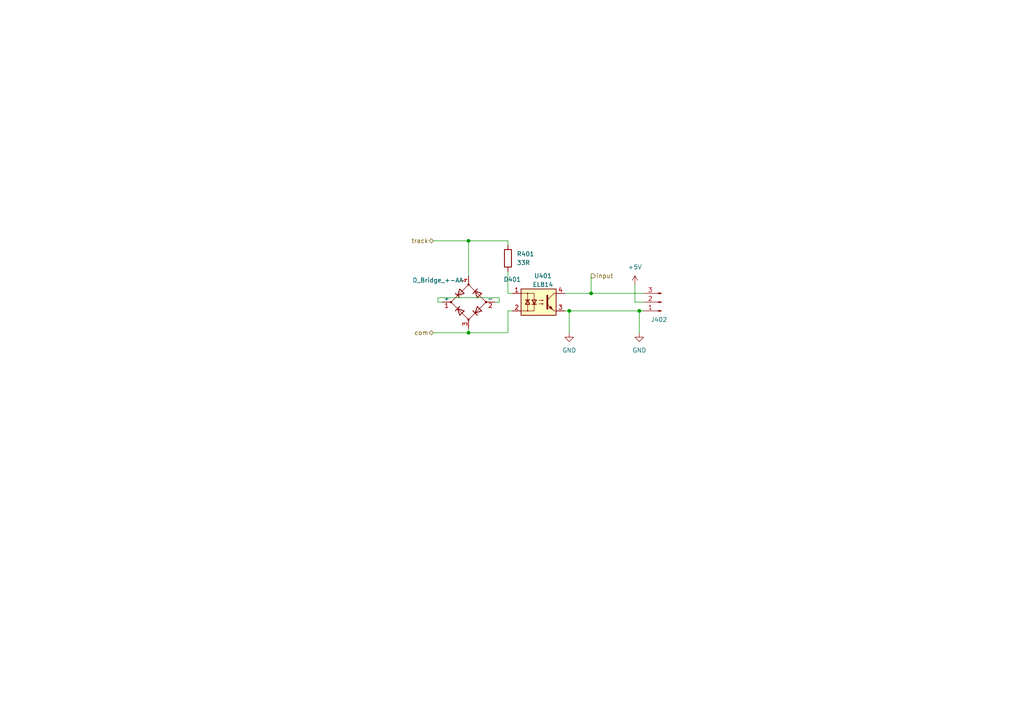
<source format=kicad_sch>
(kicad_sch (version 20211123) (generator eeschema)
  (paper "A4")
  (lib_symbols
    (symbol "Connector:Conn_01x03_Male" (pin_names (offset 1.016) hide)
      (property "Reference" "J" (at 0 5.08 0))
      (property "Value" "Conn_01x03_Male" (at 0 -5.08 0))
      (symbol "Conn_01x03_Male_1_1"
        (polyline (pts (xy 1.27 -2.54) (xy 0.8636 -2.54)) (stroke (width 0.1524)))
        (polyline (pts (xy 1.27 0) (xy 0.8636 0)) (stroke (width 0.1524)))
        (polyline (pts (xy 1.27 2.54) (xy 0.8636 2.54)) (stroke (width 0.1524)))
        (rectangle (start 0.8636 -2.413) (end 0 -2.667) (stroke (width 0.1524)) (fill (type outline)))
        (rectangle (start 0.8636 0.127) (end 0 -0.127) (stroke (width 0.1524)) (fill (type outline)))
        (rectangle (start 0.8636 2.667) (end 0 2.413) (stroke (width 0.1524)) (fill (type outline)))
        (pin passive line (at 5.08 2.54 180) (length 3.81) (name "Pin_1") (number "1"))
        (pin passive line (at 5.08 0 180) (length 3.81) (name "Pin_2") (number "2"))
        (pin passive line (at 5.08 -2.54 180) (length 3.81) (name "Pin_3") (number "3"))
      )
    )
    (symbol "Device:D_Bridge_+-AA" (pin_names (offset 0))
      (property "Reference" "D" (at 2.54 6.985 0))
      (property "Value" "D_Bridge_+-AA" (at 2.54 5.08 0))
      (symbol "D_Bridge_+-AA_0_1"
        (circle (center -5.08 0) (radius 0.254) (fill (type outline)))
        (circle (center 0 -5.08) (radius 0.254) (fill (type outline)))
        (polyline (pts (xy -2.54 3.81) (xy -1.27 2.54)) (stroke (width 0.254)))
        (polyline (pts (xy -1.27 -2.54) (xy -2.54 -3.81)) (stroke (width 0.254)))
        (polyline (pts (xy 2.54 -1.27) (xy 3.81 -2.54)) (stroke (width 0.254)))
        (polyline (pts (xy 2.54 1.27) (xy 3.81 2.54)) (stroke (width 0.254)))
        (polyline (pts (xy -3.81 2.54) (xy -2.54 1.27) (xy -1.905 3.175) (xy -3.81 2.54)) (stroke (width 0.254)))
        (polyline (pts (xy -2.54 -1.27) (xy -3.81 -2.54) (xy -1.905 -3.175) (xy -2.54 -1.27)) (stroke (width 0.254)))
        (polyline (pts (xy 1.27 2.54) (xy 2.54 3.81) (xy 3.175 1.905) (xy 1.27 2.54)) (stroke (width 0.254)))
        (polyline (pts (xy 3.175 -1.905) (xy 1.27 -2.54) (xy 2.54 -3.81) (xy 3.175 -1.905)) (stroke (width 0.254)))
        (polyline (pts (xy -5.08 0) (xy 0 -5.08) (xy 5.08 0) (xy 0 5.08) (xy -5.08 0)))
        (circle (center 0 5.08) (radius 0.254) (fill (type outline)))
        (circle (center 5.08 0) (radius 0.254) (fill (type outline)))
      )
      (symbol "D_Bridge_+-AA_1_1"
        (pin passive line (at 7.62 0 180) (length 2.54) (name "+") (number "1"))
        (pin passive line (at -7.62 0 0) (length 2.54) (name "-") (number "2"))
        (pin passive line (at 0 7.62 270) (length 2.54) (name "~") (number "3"))
        (pin passive line (at 0 -7.62 90) (length 2.54) (name "~") (number "4"))
      )
    )
    (symbol "Device:R" (pin_numbers hide) (pin_names (offset 0))
      (property "Reference" "R" (at 2.032 0 90))
      (property "Value" "R" (at 0 0 90))
      (symbol "R_0_1"
        (rectangle (start -1.016 -2.54) (end 1.016 2.54) (stroke (width 0.254)))
      )
      (symbol "R_1_1"
        (pin passive line (at 0 3.81 270) (length 1.27) (name "~") (number "1"))
        (pin passive line (at 0 -3.81 90) (length 1.27) (name "~") (number "2"))
      )
    )
    (symbol "Isolator:EL814" (pin_names (offset 1.016))
      (property "Reference" "U" (at -5.334 4.826 0))
      (property "Value" "EL814" (at 0 5.08 0))
      (symbol "EL814_0_1"
        (rectangle (start -5.08 3.81) (end 5.08 -3.81) (stroke (width 0.254)) (fill (type background)))
        (circle (center -3.175 -2.54) (radius 0.127))
        (circle (center -3.175 2.54) (radius 0.127))
        (polyline (pts (xy -3.81 0.635) (xy -2.54 0.635)) (stroke (width 0.254)))
        (polyline (pts (xy -3.175 -0.635) (xy -3.175 -2.54)))
        (polyline (pts (xy -3.175 0.635) (xy -3.175 -0.635)))
        (polyline (pts (xy -3.175 0.635) (xy -3.175 2.54)))
        (polyline (pts (xy -1.905 -0.635) (xy -0.635 -0.635)) (stroke (width 0.254)))
        (polyline (pts (xy -1.27 0.635) (xy -1.27 -0.635)))
        (polyline (pts (xy 2.54 0.635) (xy 4.445 2.54)))
        (polyline (pts (xy 4.445 -2.54) (xy 2.54 -0.635)) (fill (type outline)))
        (polyline (pts (xy 4.445 -2.54) (xy 5.08 -2.54)))
        (polyline (pts (xy 4.445 2.54) (xy 5.08 2.54)))
        (polyline (pts (xy -5.08 2.54) (xy -1.27 2.54) (xy -1.27 0.635)))
        (polyline (pts (xy -1.27 -0.635) (xy -1.27 -2.54) (xy -5.08 -2.54)))
        (polyline (pts (xy 2.54 1.905) (xy 2.54 -1.905) (xy 2.54 -1.905)) (stroke (width 0.508)))
        (polyline (pts (xy -3.175 0.635) (xy -3.81 -0.635) (xy -2.54 -0.635) (xy -3.175 0.635)) (stroke (width 0.254)))
        (polyline (pts (xy -1.27 -0.635) (xy -1.905 0.635) (xy -0.635 0.635) (xy -1.27 -0.635)) (stroke (width 0.254)))
        (polyline (pts (xy 0.127 -0.508) (xy 1.397 -0.508) (xy 1.016 -0.635) (xy 1.016 -0.381) (xy 1.397 -0.508)))
        (polyline (pts (xy 0.127 0.508) (xy 1.397 0.508) (xy 1.016 0.381) (xy 1.016 0.635) (xy 1.397 0.508)))
        (polyline (pts (xy 3.048 -1.651) (xy 3.556 -1.143) (xy 4.064 -2.159) (xy 3.048 -1.651) (xy 3.048 -1.651)) (fill (type outline)))
      )
      (symbol "EL814_1_1"
        (pin passive line (at -7.62 2.54 0) (length 2.54) (name "~") (number "1"))
        (pin passive line (at -7.62 -2.54 0) (length 2.54) (name "~") (number "2"))
        (pin passive line (at 7.62 -2.54 180) (length 2.54) (name "~") (number "3"))
        (pin passive line (at 7.62 2.54 180) (length 2.54) (name "~") (number "4"))
      )
    )
    (symbol "power:+5V" (power) (pin_names (offset 0))
      (property "Value" "+5V" (at 0 3.556 0))
      (symbol "+5V_0_1"
        (polyline (pts (xy -0.762 1.27) (xy 0 2.54)))
        (polyline (pts (xy 0 0) (xy 0 2.54)))
        (polyline (pts (xy 0 2.54) (xy 0.762 1.27)))
      )
      (symbol "+5V_1_1"
        (pin power_in line (at 0 0 90) (length 0) hide (name "+5V") (number "1"))
      )
    )
    (symbol "power:GND" (power) (pin_names (offset 0))
      (property "Value" "GND" (at 0 -3.81 0))
      (symbol "GND_0_1"
        (polyline (pts (xy 0 0) (xy 0 -1.27) (xy 1.27 -1.27) (xy 0 -2.54) (xy -1.27 -1.27) (xy 0 -1.27)))
      )
      (symbol "GND_1_1"
        (pin power_in line (at 0 0 270) (length 0) hide (name "GND") (number "1"))
      )
    )
  )
  (junction (at 171.45 85.09))
  (junction (at 165.1 90.17))
  (junction (at 185.42 90.17))
  (junction (at 135.89 69.85))
  (junction (at 135.89 96.52))
  (wire (pts (xy 165.1 90.17) (xy 185.42 90.17)))
  (wire (pts (xy 147.32 90.17) (xy 147.32 96.52)))
  (wire (pts (xy 165.1 90.17) (xy 163.83 90.17)))
  (wire (pts (xy 135.89 69.85) (xy 135.89 80.01)))
  (wire (pts (xy 184.15 87.63) (xy 186.69 87.63)))
  (wire (pts (xy 147.32 71.12) (xy 147.32 69.85)))
  (wire (pts (xy 171.45 85.09) (xy 186.69 85.09)))
  (wire (pts (xy 163.83 85.09) (xy 171.45 85.09)))
  (wire (pts (xy 144.78 86.36) (xy 127 86.36)))
  (wire (pts (xy 185.42 90.17) (xy 185.42 96.52)))
  (wire (pts (xy 147.32 78.74) (xy 147.32 85.09)))
  (wire (pts (xy 144.78 87.63) (xy 144.78 86.36)))
  (wire (pts (xy 147.32 69.85) (xy 135.89 69.85)))
  (wire (pts (xy 135.89 96.52) (xy 135.89 95.25)))
  (wire (pts (xy 147.32 90.17) (xy 148.59 90.17)))
  (wire (pts (xy 165.1 90.17) (xy 165.1 96.52)))
  (wire (pts (xy 185.42 90.17) (xy 186.69 90.17)))
  (wire (pts (xy 171.45 80.01) (xy 171.45 85.09)))
  (wire (pts (xy 125.73 69.85) (xy 135.89 69.85)))
  (wire (pts (xy 127 86.36) (xy 127 87.63)))
  (wire (pts (xy 147.32 85.09) (xy 148.59 85.09)))
  (wire (pts (xy 147.32 96.52) (xy 135.89 96.52)))
  (wire (pts (xy 184.15 82.55) (xy 184.15 87.63)))
  (wire (pts (xy 127 87.63) (xy 128.27 87.63)))
  (wire (pts (xy 125.73 96.52) (xy 135.89 96.52)))
  (wire (pts (xy 144.78 87.63) (xy 143.51 87.63)))
  (hierarchical_label "com" (shape bidirectional) (at 125.73 96.52 180))
  (hierarchical_label "input" (shape output) (at 171.45 80.01 0))
  (hierarchical_label "track" (shape bidirectional) (at 125.73 69.85 180))
  (symbol (lib_id "power:GND") (at 185.42 96.52 0) (unit 1)
    (property "Reference" "#PWR0115" (effects hide))
    (property "Value" "GND" (at 185.42 101.6 0))
  )
  (symbol (lib_id "Isolator:EL814") (at 156.21 87.63 0) (unit 1)
    (property "Reference" "U401" (at 157.48 80.01 0))
    (property "Value" "EL814" (at 157.48 82.55 0))
    (property "Footprint" "Package_DIP:DIP-4_W7.62mm" (effects hide))
    (property "Datasheet" "http://www.everlight.com/file/ProductFile/EL814.pdf" (effects hide))
  )
  (symbol (lib_id "power:GND") (at 165.1 96.52 0) (unit 1)
    (property "Reference" "#PWR0116" (effects hide))
    (property "Value" "GND" (at 165.1 101.6 0))
  )
  (symbol (lib_id "power:+5V") (at 184.15 82.55 0) (unit 1)
    (property "Reference" "#PWR0117" (effects hide))
    (property "Value" "+5V" (at 184.15 77.47 0))
  )
  (symbol (lib_id "Device:R") (at 147.32 74.93 0) (unit 1)
    (property "Reference" "R401" (at 149.86 73.6599 0) (effects (justify left)))
    (property "Value" "33R" (at 149.86 76.1999 0) (effects (justify left)))
    (property "Footprint" "Resistor_THT:R_Axial_DIN0204_L3.6mm_D1.6mm_P7.62mm_Horizontal" (effects hide))
  )
  (symbol (lib_id "Connector:Conn_01x03_Male") (at 191.77 87.63 180) (unit 1)
    (property "Reference" "J402" (at 191.135 92.71 0))
    (property "Value" "Conn_01x03_Male" (effects hide))
    (property "Footprint" "Connector_PinHeader_2.54mm:PinHeader_1x03_P2.54mm_Vertical" (effects hide))
  )
  (symbol (lib_id "Device:D_Bridge_+-AA") (at 135.89 87.63 180) (unit 1)
    (property "Reference" "D401" (at 148.59 81.0512 0))
    (property "Value" "D_Bridge_+-AA" (at 127 81.28 0))
    (property "Footprint" "Diode_THT:Diode_Bridge_DIP-4_W7.62mm_P5.08mm" (effects hide))
  )
)
</source>
